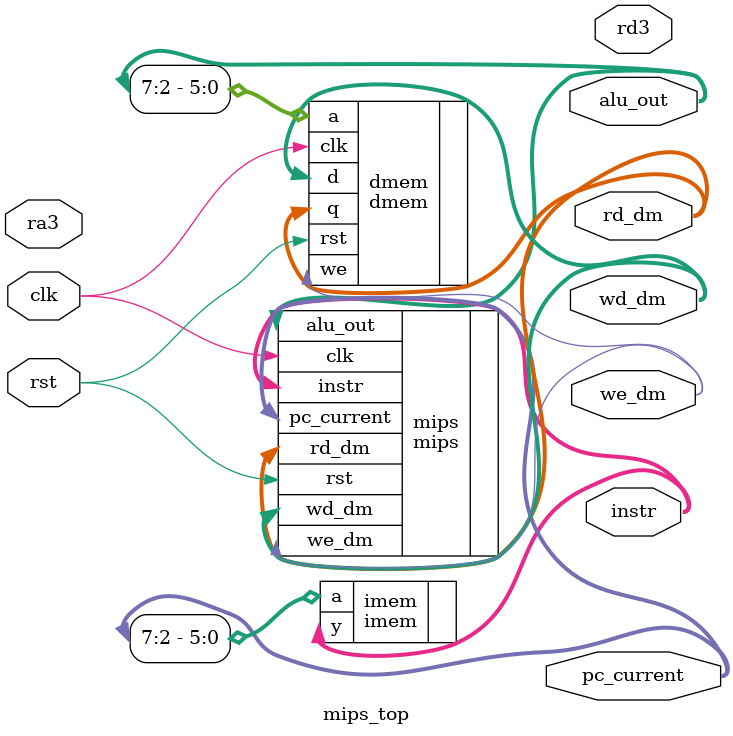
<source format=v>
module mips_top (
        input  wire        clk,
        input  wire        rst,
        input  wire [4:0]  ra3,
        output wire        we_dm,
        output wire [31:0] pc_current,
        output wire [31:0] instr,
        output wire [31:0] alu_out,
        output wire [31:0] wd_dm,
        output wire [31:0] rd_dm,
        output wire [31:0] rd3
    );

    wire [31:0] DONT_USE;

    mips mips (
            .clk            (clk),
            .rst            (rst),
            //.ra3            (ra3),
            .instr          (instr),
            .rd_dm          (rd_dm),
            .we_dm          (we_dm),
            .pc_current     (pc_current),
            .alu_out        (alu_out),
            .wd_dm          (wd_dm)
            //.rd3            (rd3)
        );

    imem imem (
            .a              (pc_current[7:2]),
            .y              (instr)
        );

    dmem dmem (
            .clk            (clk),
            .we             (we_dm),
            .a              (alu_out[7:2]),
            .d              (wd_dm),
            .q              (rd_dm),
            .rst            (rst)
        );

endmodule
</source>
